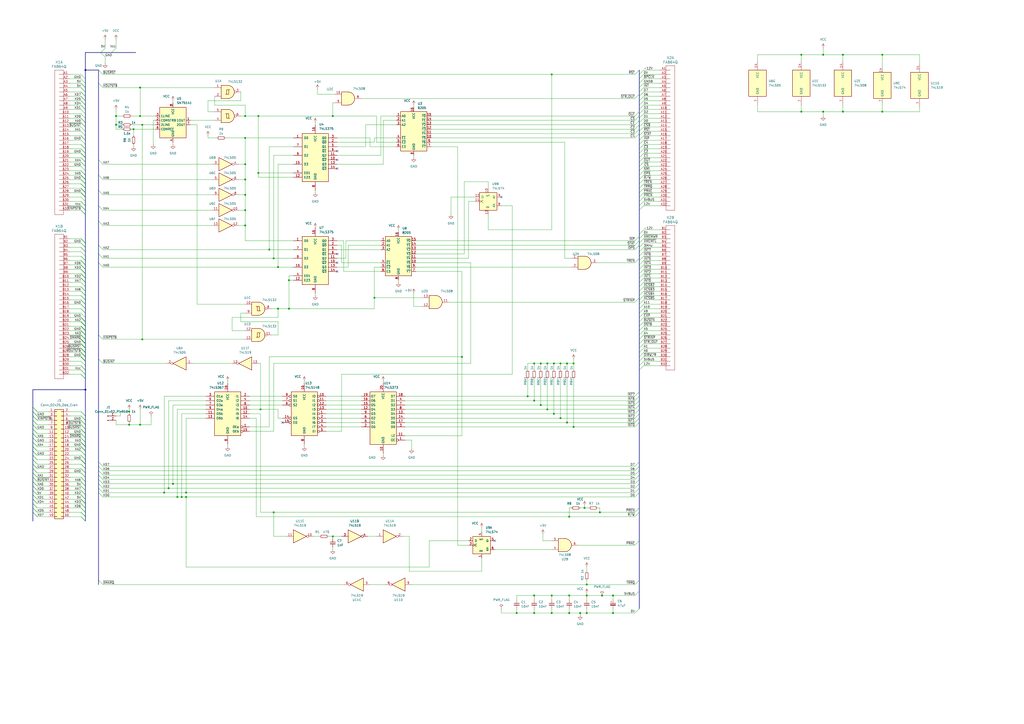
<source format=kicad_sch>
(kicad_sch (version 20230121) (generator eeschema)

  (uuid e1344761-a16d-4352-afe7-1fe017b9cf49)

  (paper "A2")

  (title_block
    (title "DataBoard 5076-00")
    (date "2023-10-10")
    (rev "v1.01")
    (company "SweProj")
    (comment 1 "Monty to 4680 int")
  )

  

  (junction (at 49.53 226.06) (diameter 0) (color 0 0 0 0)
    (uuid 0248e787-6e1c-49e8-8b0b-0fc7558c67a5)
  )
  (junction (at 317.5 210.82) (diameter 0) (color 0 0 0 0)
    (uuid 04c8b2f6-686d-47e3-b5a2-df1d329fddf4)
  )
  (junction (at 81.28 246.38) (diameter 0) (color 0 0 0 0)
    (uuid 05b763b4-6408-49b5-b87b-cda311d9b6ce)
  )
  (junction (at 325.12 210.82) (diameter 0) (color 0 0 0 0)
    (uuid 0676be0b-c282-460d-ba0d-8748dc82faae)
  )
  (junction (at 339.09 294.64) (diameter 0) (color 0 0 0 0)
    (uuid 076d30f8-018c-402d-8d10-5dcfd3142667)
  )
  (junction (at 321.31 210.82) (diameter 0) (color 0 0 0 0)
    (uuid 0a9ee528-782b-49f8-8e38-eb7acbb6c0d7)
  )
  (junction (at 328.93 210.82) (diameter 0) (color 0 0 0 0)
    (uuid 20561860-3292-462b-a3b8-30e9eb14e698)
  )
  (junction (at 149.86 67.31) (diameter 0) (color 0 0 0 0)
    (uuid 244cec5f-57b0-4577-8df4-68a098bbbd43)
  )
  (junction (at 81.28 50.8) (diameter 0) (color 0 0 0 0)
    (uuid 2871969b-8769-4be0-a32e-a479d171a607)
  )
  (junction (at 217.17 172.72) (diameter 0) (color 0 0 0 0)
    (uuid 2aed1204-9991-4d21-9d3d-b1782b590b56)
  )
  (junction (at 355.6 355.6) (diameter 0) (color 0 0 0 0)
    (uuid 35d8cc86-0511-42a3-8650-711c5366c23e)
  )
  (junction (at 299.72 355.6) (diameter 0) (color 0 0 0 0)
    (uuid 365dcba7-1ede-46d0-bfbb-0e40c98742de)
  )
  (junction (at 102.87 288.29) (diameter 0) (color 0 0 0 0)
    (uuid 3b35ce85-19d7-4a6c-a1d6-fd3efe2fa667)
  )
  (junction (at 309.88 232.41) (diameter 0) (color 0 0 0 0)
    (uuid 3b41404b-7d33-419f-8ddc-fbc7b5f068d8)
  )
  (junction (at 488.95 31.75) (diameter 0) (color 0 0 0 0)
    (uuid 3f71e12f-9502-42fe-8fa4-76c17bf6f9ab)
  )
  (junction (at 488.95 64.77) (diameter 0) (color 0 0 0 0)
    (uuid 41c7bd49-d3fb-40d4-8025-9d740a1f1fb6)
  )
  (junction (at 193.04 67.31) (diameter 0) (color 0 0 0 0)
    (uuid 463a61d8-6573-4061-ace2-17272ca41461)
  )
  (junction (at 267.97 207.01) (diameter 0) (color 0 0 0 0)
    (uuid 4cd5d0fe-7726-4814-b42d-12e9eaa2c5eb)
  )
  (junction (at 105.41 288.29) (diameter 0) (color 0 0 0 0)
    (uuid 4d2d9c93-7574-427a-bcbc-2766a597db87)
  )
  (junction (at 74.93 238.76) (diameter 0) (color 0 0 0 0)
    (uuid 4dc0c810-8e51-4caa-86e9-d15c06376576)
  )
  (junction (at 81.28 67.31) (diameter 0) (color 0 0 0 0)
    (uuid 536aeeca-5580-4e0e-984e-11306e10c7d8)
  )
  (junction (at 477.52 31.75) (diameter 0) (color 0 0 0 0)
    (uuid 58eb98d7-c281-4785-bd70-f57fa4ffcbd6)
  )
  (junction (at 511.81 31.75) (diameter 0) (color 0 0 0 0)
    (uuid 59a0d944-b2af-4f7e-8f63-17d3a1503b5e)
  )
  (junction (at 340.36 345.44) (diameter 0) (color 0 0 0 0)
    (uuid 59aa40ac-4ad0-441d-b7a9-6a7cbadad7fe)
  )
  (junction (at 336.55 355.6) (diameter 0) (color 0 0 0 0)
    (uuid 5ce13f3b-69d9-49dd-993b-8335328d2433)
  )
  (junction (at 161.29 154.94) (diameter 0) (color 0 0 0 0)
    (uuid 5e59be98-c4fc-4a0e-bebe-1f5ef853b042)
  )
  (junction (at 317.5 237.49) (diameter 0) (color 0 0 0 0)
    (uuid 6283ca0d-6985-4ebe-93e1-c09794e8cf40)
  )
  (junction (at 306.07 229.87) (diameter 0) (color 0 0 0 0)
    (uuid 637f436c-1771-470a-b3b6-76c0eeb5f7e3)
  )
  (junction (at 74.93 246.38) (diameter 0) (color 0 0 0 0)
    (uuid 63ca8bee-5e2b-4493-9d4b-946882d8c859)
  )
  (junction (at 477.52 64.77) (diameter 0) (color 0 0 0 0)
    (uuid 742026d4-df07-4383-b04c-cadbe184b998)
  )
  (junction (at 100.33 280.67) (diameter 0) (color 0 0 0 0)
    (uuid 7592db09-49d4-4924-9d55-27d5340981bb)
  )
  (junction (at 107.95 288.29) (diameter 0) (color 0 0 0 0)
    (uuid 7a72217c-afb2-47fc-9abf-8714d39f2b34)
  )
  (junction (at 161.29 179.07) (diameter 0) (color 0 0 0 0)
    (uuid 7e5b2ada-dc72-4175-9977-de205741c7bc)
  )
  (junction (at 309.88 345.44) (diameter 0) (color 0 0 0 0)
    (uuid 863df668-b970-4b28-93c2-29ab8aecb9ba)
  )
  (junction (at 330.2 345.44) (diameter 0) (color 0 0 0 0)
    (uuid 875a4fdb-2964-40ff-ad73-10467ef58a3c)
  )
  (junction (at 511.81 64.77) (diameter 0) (color 0 0 0 0)
    (uuid 87eaac93-63a4-485f-aaed-3fb1d24ca7da)
  )
  (junction (at 97.79 283.21) (diameter 0) (color 0 0 0 0)
    (uuid 89d34fb8-0470-41db-a2bf-e1f261ec228e)
  )
  (junction (at 321.31 240.03) (diameter 0) (color 0 0 0 0)
    (uuid 8d19af47-851f-4651-9c44-51687c649a89)
  )
  (junction (at 313.69 210.82) (diameter 0) (color 0 0 0 0)
    (uuid 8fb2d03f-ab45-49b1-89b4-6858872af2e0)
  )
  (junction (at 320.04 355.6) (diameter 0) (color 0 0 0 0)
    (uuid 8fe63b48-de2c-498e-88e6-28489917b8ae)
  )
  (junction (at 142.24 130.81) (diameter 0) (color 0 0 0 0)
    (uuid 92fbef43-2de5-455e-b680-b9b33ef4a881)
  )
  (junction (at 355.6 345.44) (diameter 0) (color 0 0 0 0)
    (uuid 94a6e341-7b90-4a89-a151-fbcd9c44d106)
  )
  (junction (at 330.2 355.6) (diameter 0) (color 0 0 0 0)
    (uuid 99b34b48-aefc-46c8-9da7-7925dd3e815b)
  )
  (junction (at 77.47 74.93) (diameter 0) (color 0 0 0 0)
    (uuid 9ac1f459-db68-4401-b018-7c2bea440953)
  )
  (junction (at 49.53 40.64) (diameter 0) (color 0 0 0 0)
    (uuid 9b78e78c-bfb5-45a2-9e0f-fec7ad8c0819)
  )
  (junction (at 142.24 113.03) (diameter 0) (color 0 0 0 0)
    (uuid 9f816032-29e2-4044-87e3-15f626160ab3)
  )
  (junction (at 325.12 242.57) (diameter 0) (color 0 0 0 0)
    (uuid acee02d5-0aa1-4dad-ad9c-ed4180780cb7)
  )
  (junction (at 67.31 72.39) (diameter 0) (color 0 0 0 0)
    (uuid ae2d3e84-afce-4676-b513-c6bc572da133)
  )
  (junction (at 332.74 247.65) (diameter 0) (color 0 0 0 0)
    (uuid b019e1bf-8ff3-4cf7-95bf-026af145c021)
  )
  (junction (at 142.24 104.14) (diameter 0) (color 0 0 0 0)
    (uuid b0fa76ea-a212-4397-978c-b505bdca798a)
  )
  (junction (at 193.04 311.15) (diameter 0) (color 0 0 0 0)
    (uuid b376419f-c74c-4466-a82c-2628c9bb67e1)
  )
  (junction (at 340.36 355.6) (diameter 0) (color 0 0 0 0)
    (uuid b7faae5e-fa60-4060-97d6-c8e84614a341)
  )
  (junction (at 95.25 285.75) (diameter 0) (color 0 0 0 0)
    (uuid bc9fd276-f409-482e-af5b-f6872115c91d)
  )
  (junction (at 158.75 149.86) (diameter 0) (color 0 0 0 0)
    (uuid bde5f379-fcfc-49e0-a7df-dc1668ec539b)
  )
  (junction (at 142.24 95.25) (diameter 0) (color 0 0 0 0)
    (uuid bf52f8c7-ae61-40c2-91f3-6e763423c660)
  )
  (junction (at 320.04 43.18) (diameter 0) (color 0 0 0 0)
    (uuid bfe65633-8ae6-4e45-8383-47d5230ea082)
  )
  (junction (at 149.86 100.33) (diameter 0) (color 0 0 0 0)
    (uuid c0f447b0-d538-4db2-ad79-b99289a6e89b)
  )
  (junction (at 347.98 297.18) (diameter 0) (color 0 0 0 0)
    (uuid c502b7f9-7665-4e17-a0c7-60a03e9eddcc)
  )
  (junction (at 309.88 210.82) (diameter 0) (color 0 0 0 0)
    (uuid c5e57471-5085-4068-a799-296ff1565467)
  )
  (junction (at 330.2 299.72) (diameter 0) (color 0 0 0 0)
    (uuid c755e985-d194-4b5f-8811-d158ae813f2f)
  )
  (junction (at 82.55 72.39) (diameter 0) (color 0 0 0 0)
    (uuid ca6b8ad1-5ec8-4ff6-a4d4-29b96d07bd77)
  )
  (junction (at 142.24 67.31) (diameter 0) (color 0 0 0 0)
    (uuid cc14543c-c026-49ba-8e0e-722b86da38fe)
  )
  (junction (at 349.25 345.44) (diameter 0) (color 0 0 0 0)
    (uuid ce90a040-e41f-4f5e-bc95-1dbdcfd15a5b)
  )
  (junction (at 67.31 67.31) (diameter 0) (color 0 0 0 0)
    (uuid d0625e38-f200-46af-acbc-ac8b1c831df7)
  )
  (junction (at 151.13 237.49) (diameter 0) (color 0 0 0 0)
    (uuid d0dccd0c-4e09-4027-9bdf-4e1aaef4722a)
  )
  (junction (at 464.82 64.77) (diameter 0) (color 0 0 0 0)
    (uuid d1be2fa8-2492-491e-bacc-1b125f079b8a)
  )
  (junction (at 320.04 345.44) (diameter 0) (color 0 0 0 0)
    (uuid d53f213e-8d37-48c3-9a1f-47923cc35ac8)
  )
  (junction (at 464.82 31.75) (diameter 0) (color 0 0 0 0)
    (uuid d6b250d2-c821-4fb3-b815-58c0149bab00)
  )
  (junction (at 107.95 285.75) (diameter 0) (color 0 0 0 0)
    (uuid d8cf58eb-05ae-49ad-a7c2-c5adf693f0a3)
  )
  (junction (at 158.75 297.18) (diameter 0) (color 0 0 0 0)
    (uuid da9d8871-79a0-42f2-9411-088f2f82ea4e)
  )
  (junction (at 340.36 339.09) (diameter 0) (color 0 0 0 0)
    (uuid dab38522-c4d7-4334-b3af-bbf22201fcf5)
  )
  (junction (at 82.55 196.85) (diameter 0) (color 0 0 0 0)
    (uuid dbe9aecd-2213-4d05-8afb-451484886798)
  )
  (junction (at 167.64 179.07) (diameter 0) (color 0 0 0 0)
    (uuid dc559b71-63dd-4d60-afe6-1af294dbdd4d)
  )
  (junction (at 156.21 144.78) (diameter 0) (color 0 0 0 0)
    (uuid dee762d4-b1c6-4ba0-814b-b918fe7d5971)
  )
  (junction (at 328.93 245.11) (diameter 0) (color 0 0 0 0)
    (uuid e957b1e1-d3eb-447d-9b27-f15170d20dc8)
  )
  (junction (at 142.24 121.92) (diameter 0) (color 0 0 0 0)
    (uuid ee6736de-23d0-4e8d-87d0-2997d5b9f9dc)
  )
  (junction (at 313.69 234.95) (diameter 0) (color 0 0 0 0)
    (uuid f242e516-387d-4955-93a9-5e6b7824f23b)
  )
  (junction (at 309.88 355.6) (diameter 0) (color 0 0 0 0)
    (uuid f6fad894-c0ac-4004-8ab3-cbd2f9c9ce69)
  )
  (junction (at 167.64 162.56) (diameter 0) (color 0 0 0 0)
    (uuid f801c657-6ced-4a58-b03d-8f558cc360b9)
  )
  (junction (at 332.74 210.82) (diameter 0) (color 0 0 0 0)
    (uuid fb9ed87d-88c4-4a24-8910-ad6e260b4701)
  )
  (junction (at 142.24 80.01) (diameter 0) (color 0 0 0 0)
    (uuid fd46a241-fe18-4a7b-a7bf-7fee70609123)
  )

  (no_connect (at 195.58 157.48) (uuid 09e04520-eccc-4f39-8ae7-935869baaedf))
  (no_connect (at 195.58 92.71) (uuid 0a582aaa-687a-45b7-a409-093ac710658d))
  (no_connect (at 195.58 87.63) (uuid 1b6c93b4-dbf8-418b-98dd-0722835823de))
  (no_connect (at 195.58 152.4) (uuid 2b360dac-74e6-46f4-91d1-b6dad72aabb4))
  (no_connect (at 163.83 245.11) (uuid 56a0eb0a-b57d-4aa4-b084-6b1ecb6e0141))
  (no_connect (at 195.58 97.79) (uuid 6b5e20f7-02f4-4487-ba39-30e046acc394))
  (no_connect (at 195.58 147.32) (uuid 76b99f86-79ec-447e-8a3b-de7e0eff834c))
  (no_connect (at 290.83 114.3) (uuid 96fef367-56c8-4746-8e1f-85d7793b30e2))
  (no_connect (at 287.02 313.69) (uuid b52b27f9-4786-4313-bcb4-c5768e4e8763))

  (bus_entry (at 373.38 209.55) (size -2.54 2.54)
    (stroke (width 0) (type default))
    (uuid 00626d44-c8b8-4b38-9cde-71900294fd2e)
  )
  (bus_entry (at 46.99 163.83) (size 2.54 2.54)
    (stroke (width 0) (type default))
    (uuid 00d3dff9-bb1b-4a60-b916-59bad80da8cc)
  )
  (bus_entry (at 373.38 68.58) (size -2.54 2.54)
    (stroke (width 0) (type default))
    (uuid 01010636-6a17-42dd-9380-162e0e12f25b)
  )
  (bus_entry (at 57.15 128.27) (size 2.54 2.54)
    (stroke (width 0) (type default))
    (uuid 017cd690-d748-4cd4-b37c-4887931a7193)
  )
  (bus_entry (at 21.59 292.1) (size -2.54 -2.54)
    (stroke (width 0) (type default))
    (uuid 01c276da-ea1c-434c-9c20-906d58d35d38)
  )
  (bus_entry (at 21.59 274.32) (size -2.54 -2.54)
    (stroke (width 0) (type default))
    (uuid 01e7af3a-b92a-4c78-8d85-f68f45590ab9)
  )
  (bus_entry (at 373.38 173.99) (size -2.54 2.54)
    (stroke (width 0) (type default))
    (uuid 031b8c7d-43da-4ccc-a6fc-99f9fadd6342)
  )
  (bus_entry (at 373.38 201.93) (size -2.54 2.54)
    (stroke (width 0) (type default))
    (uuid 03386a55-d652-4111-8401-59d94af188a8)
  )
  (bus_entry (at 46.99 91.44) (size 2.54 2.54)
    (stroke (width 0) (type default))
    (uuid 03c7bd74-a880-44d5-9cfb-06f328dd7ea1)
  )
  (bus_entry (at 46.99 246.38) (size 2.54 2.54)
    (stroke (width 0) (type default))
    (uuid 041591bb-fbb7-45f1-8b22-6b43ec72209c)
  )
  (bus_entry (at 46.99 81.28) (size 2.54 2.54)
    (stroke (width 0) (type default))
    (uuid 051ee245-da2c-4d91-bec0-d87155db3b0c)
  )
  (bus_entry (at 373.38 88.9) (size -2.54 2.54)
    (stroke (width 0) (type default))
    (uuid 0593435c-a3a6-4303-8ee1-e2f747df2db5)
  )
  (bus_entry (at 46.99 91.44) (size 2.54 2.54)
    (stroke (width 0) (type default))
    (uuid 06a91598-7a99-4bf1-95fb-18942d459f97)
  )
  (bus_entry (at 373.38 45.72) (size -2.54 2.54)
    (stroke (width 0) (type default))
    (uuid 07e61786-b53e-4eea-a736-399d1db323d2)
  )
  (bus_entry (at 21.59 279.4) (size -2.54 -2.54)
    (stroke (width 0) (type default))
    (uuid 07e8641d-0f2a-4f0e-93b7-d69f7db98131)
  )
  (bus_entry (at 46.99 161.29) (size 2.54 2.54)
    (stroke (width 0) (type default))
    (uuid 0940ac63-080f-40fb-a992-a56ae663be12)
  )
  (bus_entry (at 46.99 207.01) (size 2.54 2.54)
    (stroke (width 0) (type default))
    (uuid 097d6681-8084-4981-bdfb-3dda3e61a594)
  )
  (bus_entry (at 46.99 48.26) (size 2.54 2.54)
    (stroke (width 0) (type default))
    (uuid 0a57f88b-6a1e-4cf3-a03f-55d4ccfdc902)
  )
  (bus_entry (at 46.99 204.47) (size 2.54 2.54)
    (stroke (width 0) (type default))
    (uuid 0b76dbbc-4e8b-4f3d-b6c1-201ca306b253)
  )
  (bus_entry (at 46.99 179.07) (size 2.54 2.54)
    (stroke (width 0) (type default))
    (uuid 0c1e2bd8-f4ab-4827-bf99-02d43cf0f3dd)
  )
  (bus_entry (at 46.99 101.6) (size 2.54 2.54)
    (stroke (width 0) (type default))
    (uuid 0d4c2366-f664-4261-b04e-587f987a2bd9)
  )
  (bus_entry (at 21.59 276.86) (size -2.54 -2.54)
    (stroke (width 0) (type default))
    (uuid 0e0ebf8b-fc49-4929-92e4-44a6d890c5d9)
  )
  (bus_entry (at 373.38 55.88) (size -2.54 2.54)
    (stroke (width 0) (type default))
    (uuid 0ebcffc0-8f68-4080-8c66-264c38c9b22f)
  )
  (bus_entry (at 368.3 299.72) (size 2.54 -2.54)
    (stroke (width 0) (type default))
    (uuid 0f654034-395a-4d19-916d-a329ff744fe8)
  )
  (bus_entry (at 373.38 158.75) (size -2.54 2.54)
    (stroke (width 0) (type default))
    (uuid 0f96745d-9cc4-47b0-b110-7258aa92c025)
  )
  (bus_entry (at 46.99 76.2) (size 2.54 2.54)
    (stroke (width 0) (type default))
    (uuid 1078915f-6439-417b-9c09-0af14323030e)
  )
  (bus_entry (at 368.3 237.49) (size 2.54 -2.54)
    (stroke (width 0) (type default))
    (uuid 10b50ae2-11a9-4577-bb67-5e34e174be8a)
  )
  (bus_entry (at 46.99 111.76) (size 2.54 2.54)
    (stroke (width 0) (type default))
    (uuid 10b6aaa8-79fb-40f5-b39c-f98db5192fb8)
  )
  (bus_entry (at 46.99 196.85) (size 2.54 2.54)
    (stroke (width 0) (type default))
    (uuid 111f3560-f1c8-4c76-a829-cd8de6a5d4b5)
  )
  (bus_entry (at 373.38 76.2) (size -2.54 2.54)
    (stroke (width 0) (type default))
    (uuid 11347683-79b8-48fd-a357-e86bf63fa540)
  )
  (bus_entry (at 46.99 254) (size 2.54 2.54)
    (stroke (width 0) (type default))
    (uuid 11d3c47a-0973-48c6-bb9b-cdbe3139fe76)
  )
  (bus_entry (at 46.99 151.13) (size 2.54 2.54)
    (stroke (width 0) (type default))
    (uuid 135f014e-2d53-484b-914a-bcc89846cf8d)
  )
  (bus_entry (at 46.99 140.97) (size 2.54 2.54)
    (stroke (width 0) (type default))
    (uuid 13633ca1-340c-41d8-a17e-34bcbdfcedfc)
  )
  (bus_entry (at 21.59 246.38) (size -2.54 -2.54)
    (stroke (width 0) (type default))
    (uuid 1367a8d8-9045-4cf3-9379-85d14dde0422)
  )
  (bus_entry (at 46.99 68.58) (size 2.54 2.54)
    (stroke (width 0) (type default))
    (uuid 139f2953-845c-4e83-a240-dc9aa7b98803)
  )
  (bus_entry (at 368.3 288.29) (size 2.54 -2.54)
    (stroke (width 0) (type default))
    (uuid 1492a306-e0c8-44e7-92ec-713cba0da2fb)
  )
  (bus_entry (at 46.99 246.38) (size 2.54 2.54)
    (stroke (width 0) (type default))
    (uuid 14e31da1-4a0f-4050-a56a-8bcae3701054)
  )
  (bus_entry (at 373.38 91.44) (size -2.54 2.54)
    (stroke (width 0) (type default))
    (uuid 150e2540-5141-45d1-8fcc-ec13bc1102d8)
  )
  (bus_entry (at 46.99 156.21) (size 2.54 2.54)
    (stroke (width 0) (type default))
    (uuid 15fd0750-caf0-4cd4-a8c1-fc91f704268b)
  )
  (bus_entry (at 21.59 299.72) (size -2.54 -2.54)
    (stroke (width 0) (type default))
    (uuid 160a398b-b270-4563-9812-c8014ee4bdbb)
  )
  (bus_entry (at 46.99 71.12) (size 2.54 2.54)
    (stroke (width 0) (type default))
    (uuid 1672067c-cc7e-4e91-a084-d1292833cc55)
  )
  (bus_entry (at 373.38 138.43) (size -2.54 2.54)
    (stroke (width 0) (type default))
    (uuid 16784260-93bf-498e-8645-d92f98054600)
  )
  (bus_entry (at 368.3 57.15) (size 2.54 -2.54)
    (stroke (width 0) (type default))
    (uuid 16e98c12-45af-4f12-a381-c9e28ca5a7e2)
  )
  (bus_entry (at 46.99 161.29) (size 2.54 2.54)
    (stroke (width 0) (type default))
    (uuid 180497e6-0dec-4857-8da1-41c9fd29c24f)
  )
  (bus_entry (at 46.99 111.76) (size 2.54 2.54)
    (stroke (width 0) (type default))
    (uuid 1863c0bc-0297-4b3f-8d89-36e432bc6394)
  )
  (bus_entry (at 46.99 101.6) (size 2.54 2.54)
    (stroke (width 0) (type default))
    (uuid 18763c10-a0ec-4bcb-9ee3-deab99849a9b)
  )
  (bus_entry (at 46.99 153.67) (size 2.54 2.54)
    (stroke (width 0) (type default))
    (uuid 1903439a-37e1-4847-a3c9-1a1a83fef5ba)
  )
  (bus_entry (at 46.99 109.22) (size 2.54 2.54)
    (stroke (width 0) (type default))
    (uuid 19c34264-3bbc-44b3-a571-af40ad80a33b)
  )
  (bus_entry (at 57.15 273.05) (size 2.54 2.54)
    (stroke (width 0) (type default))
    (uuid 19d59bf2-1ac4-4653-9454-51b64733611c)
  )
  (bus_entry (at 46.99 271.78) (size 2.54 2.54)
    (stroke (width 0) (type default))
    (uuid 1a4cee83-a250-4104-b167-1ab56f8498c5)
  )
  (bus_entry (at 46.99 50.8) (size 2.54 2.54)
    (stroke (width 0) (type default))
    (uuid 1a93bada-4844-452e-99d6-c620d51adafc)
  )
  (bus_entry (at 46.99 191.77) (size 2.54 2.54)
    (stroke (width 0) (type default))
    (uuid 1c22a299-fc05-4dcb-a78b-7c836185f9fc)
  )
  (bus_entry (at 46.99 194.31) (size 2.54 2.54)
    (stroke (width 0) (type default))
    (uuid 1c7129e4-56e0-4f34-ae92-a77fecaef49f)
  )
  (bus_entry (at 46.99 266.7) (size 2.54 2.54)
    (stroke (width 0) (type default))
    (uuid 1ce85a2d-9093-441f-a80d-45b1093fd122)
  )
  (bus_entry (at 46.99 104.14) (size 2.54 2.54)
    (stroke (width 0) (type default))
    (uuid 1d75b0cf-a08e-43d0-8dd7-cb5eb618a155)
  )
  (bus_entry (at 46.99 86.36) (size 2.54 2.54)
    (stroke (width 0) (type default))
    (uuid 1d87f935-40e6-45e1-927a-54a2e971f946)
  )
  (bus_entry (at 368.3 297.18) (size 2.54 -2.54)
    (stroke (width 0) (type default))
    (uuid 1e078c91-a23f-4a1a-93d2-86d8e9283bdd)
  )
  (bus_entry (at 46.99 212.09) (size 2.54 2.54)
    (stroke (width 0) (type default))
    (uuid 1e2dcca7-660f-4c28-bd86-ec74edf7dfd1)
  )
  (bus_entry (at 46.99 256.54) (size 2.54 2.54)
    (stroke (width 0) (type default))
    (uuid 1e6e4ebf-2373-488c-ad95-728f584442b0)
  )
  (bus_entry (at 46.99 207.01) (size 2.54 2.54)
    (stroke (width 0) (type default))
    (uuid 1e9bc929-916a-4d38-bd1b-6ad6f6457cfb)
  )
  (bus_entry (at 46.99 287.02) (size 2.54 2.54)
    (stroke (width 0) (type default))
    (uuid 1f116560-5cbf-4686-9c7a-645e0e57acaa)
  )
  (bus_entry (at 46.99 207.01) (size 2.54 2.54)
    (stroke (width 0) (type default))
    (uuid 1f138f43-3f25-4248-baf6-b3ac0e717bff)
  )
  (bus_entry (at 46.99 58.42) (size 2.54 2.54)
    (stroke (width 0) (type default))
    (uuid 21108084-5c42-43d3-b9c2-a4b6426bba5d)
  )
  (bus_entry (at 46.99 189.23) (size 2.54 2.54)
    (stroke (width 0) (type default))
    (uuid 216192d2-cf6c-4d39-aab9-a2dfaad5326b)
  )
  (bus_entry (at 46.99 194.31) (size 2.54 2.54)
    (stroke (width 0) (type default))
    (uuid 2195968f-4ef0-47e7-8f74-b0856cb8eb5e)
  )
  (bus_entry (at 368.3 152.4) (size 2.54 -2.54)
    (stroke (width 0) (type default))
    (uuid 21ad1ee0-5c1a-4f58-8e42-c7a00911646a)
  )
  (bus_entry (at 21.59 254) (size -2.54 -2.54)
    (stroke (width 0) (type default))
    (uuid 223620f5-8696-4c0f-a812-ea7efe9056f3)
  )
  (bus_entry (at 46.99 243.84) (size 2.54 2.54)
    (stroke (width 0) (type default))
    (uuid 22f337ed-98dd-4f67-a1ae-393735204df5)
  )
  (bus_entry (at 373.38 184.15) (size -2.54 2.54)
    (stroke (width 0) (type default))
    (uuid 2434477b-ac75-4d2b-ab66-b594f555c606)
  )
  (bus_entry (at 46.99 138.43) (size 2.54 2.54)
    (stroke (width 0) (type default))
    (uuid 24767407-a575-4076-a4b0-9d6790043f65)
  )
  (bus_entry (at 46.99 55.88) (size 2.54 2.54)
    (stroke (width 0) (type default))
    (uuid 2548ffc4-183b-4af0-a1ff-7bc0ab2225b0)
  )
  (bus_entry (at 46.99 259.08) (size 2.54 2.54)
    (stroke (width 0) (type default))
    (uuid 2598968d-60a0-4a59-9aba-2582c2ed4065)
  )
  (bus_entry (at 21.59 266.7) (size -2.54 -2.54)
    (stroke (width 0) (type default))
    (uuid 25bbf8af-a1d4-44e9-88af-ed8a5d437ebb)
  )
  (bus_entry (at 373.38 116.84) (size -2.54 2.54)
    (stroke (width 0) (type default))
    (uuid 25c19b93-6600-4790-952e-d53e167fd1ec)
  )
  (bus_entry (at 58.42 30.48) (size 2.54 -2.54)
    (stroke (width 0) (type default))
    (uuid 27212589-8ff6-4573-af04-7544fc54afa8)
  )
  (bus_entry (at 46.99 248.92) (size 2.54 2.54)
    (stroke (width 0) (type default))
    (uuid 2779c4dd-d22d-4bda-9871-557cc49b7845)
  )
  (bus_entry (at 46.99 292.1) (size 2.54 2.54)
    (stroke (width 0) (type default))
    (uuid 27b2faf0-dfaa-43f1-bdca-f6ef87047d64)
  )
  (bus_entry (at 21.59 238.76) (size -2.54 -2.54)
    (stroke (width 0) (type default))
    (uuid 285940c4-8c93-4f67-a547-5b882ddb4f58)
  )
  (bus_entry (at 46.99 274.32) (size 2.54 2.54)
    (stroke (width 0) (type default))
    (uuid 28f9be8d-b106-4d3d-b090-97a9db1b4447)
  )
  (bus_entry (at 46.99 256.54) (size 2.54 2.54)
    (stroke (width 0) (type default))
    (uuid 2950bf02-f288-41aa-88ac-b6ebc7a545b2)
  )
  (bus_entry (at 46.99 78.74) (size 2.54 2.54)
    (stroke (width 0) (type default))
    (uuid 2962df16-b266-4d3c-a2d0-31770a49f0c6)
  )
  (bus_entry (at 373.38 189.23) (size -2.54 2.54)
    (stroke (width 0) (type default))
    (uuid 29778652-1cb4-48a4-bdeb-debe2291faa5)
  )
  (bus_entry (at 46.99 297.18) (size 2.54 2.54)
    (stroke (width 0) (type default))
    (uuid 29dc60e2-006f-4aca-90c8-9a1cae72a1ee)
  )
  (bus_entry (at 46.99 196.85) (size 2.54 2.54)
    (stroke (width 0) (type default))
    (uuid 2a8d5b9d-a0f4-4418-9042-3eaf4c2f8f82)
  )
  (bus_entry (at 46.99 248.92) (size 2.54 2.54)
    (stroke (width 0) (type default))
    (uuid 2c5ebd50-08e3-4c29-8948-7d8088246260)
  )
  (bus_entry (at 46.99 217.17) (size 2.54 2.54)
    (stroke (width 0) (type default))
    (uuid 2ebd8d8e-e7bf-455b-852d-f15030a16962)
  )
  (bus_entry (at 46.99 297.18) (size 2.54 2.54)
    (stroke (width 0) (type default))
    (uuid 2ec1d3a2-eed6-465f-abce-9ab7d49e4f03)
  )
  (bus_entry (at 368.3 74.93) (size 2.54 -2.54)
    (stroke (width 0) (type default))
    (uuid 2f651ebf-704b-44f7-8474-054047fd2984)
  )
  (bus_entry (at 21.59 243.84) (size -2.54 -2.54)
    (stroke (width 0) (type default))
    (uuid 2fd6dbec-a21c-417c-97d2-ee742c3523bc)
  )
  (bus_entry (at 46.99 292.1) (size 2.54 2.54)
    (stroke (width 0) (type default))
    (uuid 2fd6e204-635e-415c-bfe5-946789b0c7ee)
  )
  (bus_entry (at 21.59 287.02) (size -2.54 -2.54)
    (stroke (width 0) (type default))
    (uuid 313e1e09-01b5-4d7c-a9bf-c2a8581d0a36)
  )
  (bus_entry (at 46.99 256.54) (size 2.54 2.54)
    (stroke (width 0) (type default))
    (uuid 3184ec14-83f3-4311-bc22-d5107b134624)
  )
  (bus_entry (at 46.99 83.82) (size 2.54 2.54)
    (stroke (width 0) (type default))
    (uuid 32b5501b-877c-45e3-a306-4caf69ac474d)
  )
  (bus_entry (at 46.99 181.61) (size 2.54 2.54)
    (stroke (width 0) (type default))
    (uuid 32ce7ec4-27d5-412f-86a8-ae55e659bce0)
  )
  (bus_entry (at 21.59 251.46) (size -2.54 -2.54)
    (stroke (width 0) (type default))
    (uuid 32e9ed9c-5694-488b-b227-acac4738aa43)
  )
  (bus_entry (at 57.15 275.59) (size 2.54 2.54)
    (stroke (width 0) (type default))
    (uuid 3367f88c-beb1-4921-8a4f-767c66836d95)
  )
  (bus_entry (at 373.38 66.04) (size -2.54 2.54)
    (stroke (width 0) (type default))
    (uuid 33a44909-5efc-45c3-9ccd-f654d2535065)
  )
  (bus_entry (at 373.38 99.06) (size -2.54 2.54)
    (stroke (width 0) (type default))
    (uuid 33e62bc8-1a75-4691-acec-8d0bf228a7a0)
  )
  (bus_entry (at 46.99 104.14) (size 2.54 2.54)
    (stroke (width 0) (type default))
    (uuid 341cd6a1-838e-4b28-9e59-735c0c7ae3a8)
  )
  (bus_entry (at 46.99 45.72) (size 2.54 2.54)
    (stroke (width 0) (type default))
    (uuid 34dacd57-0856-4830-9ec6-142189317342)
  )
  (bus_entry (at 46.99 93.98) (size 2.54 2.54)
    (stroke (width 0) (type default))
    (uuid 350a9437-3a3d-4762-a01c-aa629a128dcd)
  )
  (bus_entry (at 21.59 261.62) (size -2.54 -2.54)
    (stroke (width 0) (type default))
    (uuid 35ea7997-a48c-4568-8fc1-68f8f48229f6)
  )
  (bus_entry (at 46.99 43.18) (size 2.54 2.54)
    (stroke (width 0) (type default))
    (uuid 3757fc29-e979-4724-a6d9-c33e01c28ac4)
  )
  (bus_entry (at 21.59 259.08) (size -2.54 -2.54)
    (stroke (width 0) (type default))
    (uuid 380840bd-5c2c-4863-b6d9-15f45867c5bf)
  )
  (bus_entry (at 21.59 241.3) (size -2.54 -2.54)
    (stroke (width 0) (type default))
    (uuid 3828a0d9-d8b9-4898-8474-c0cb93308de7)
  )
  (bus_entry (at 60.96 33.02) (size -2.54 -2.54)
    (stroke (width 0) (type default))
    (uuid 387654d5-80d2-46d9-8cd5-7f208f8856d5)
  )
  (bus_entry (at 46.99 238.76) (size 2.54 2.54)
    (stroke (width 0) (type default))
    (uuid 38d4f8e4-ca47-4de2-aed5-296079b6f830)
  )
  (bus_entry (at 46.99 201.93) (size 2.54 2.54)
    (stroke (width 0) (type default))
    (uuid 38e65adc-e2e5-4202-b4ff-fb964959940b)
  )
  (bus_entry (at 21.59 299.72) (size -2.54 -2.54)
    (stroke (width 0) (type default))
    (uuid 39aaaa38-609c-4ebe-8807-6fa015137c0e)
  )
  (bus_entry (at 368.3 234.95) (size 2.54 -2.54)
    (stroke (width 0) (type default))
    (uuid 39bf5ea4-8a66-440b-9970-83032b783066)
  )
  (bus_entry (at 57.15 267.97) (size 2.54 2.54)
    (stroke (width 0) (type default))
    (uuid 3a33b77d-520a-4245-ad82-aad1cade0e77)
  )
  (bus_entry (at 373.38 207.01) (size -2.54 2.54)
    (stroke (width 0) (type default))
    (uuid 3a4ebfa4-0877-4ac3-b0a2-bed0f49cb978)
  )
  (bus_entry (at 46.99 101.6) (size 2.54 2.54)
    (stroke (width 0) (type default))
    (uuid 3ac78842-b82f-40ea-8f07-dbbb33f4013a)
  )
  (bus_entry (at 368.3 77.47) (size 2.54 -2.54)
    (stroke (width 0) (type default))
    (uuid 3adabfd9-0611-40a4-870b-1277e0cc9612)
  )
  (bus_entry (at 21.59 276.86) (size -2.54 -2.54)
    (stroke (width 0) (type default))
    (uuid 3b76a28c-9e70-4359-9ca6-fd325696d966)
  )
  (bus_entry (at 46.99 161.29) (size 2.54 2.54)
    (stroke (width 0) (type default))
    (uuid 3c23edf2-00d5-4a0d-a4d8-3f4fca4ffc37)
  )
  (bus_entry (at 46.99 266.7) (size 2.54 2.54)
    (stroke (width 0) (type default))
    (uuid 3c5bd003-a40c-4c22-9d5d-4961ebb6e862)
  )
  (bus_entry (at 21.59 256.54) (size -2.54 -2.54)
    (stroke (width 0) (type default))
    (uuid 3c68256e-b1e5-48c0-a5cd-5548c42da3d7)
  )
  (bus_entry (at 46.99 55.88) (size 2.54 2.54)
    (stroke (width 0) (type default))
    (uuid 3cf6f733-5ba4-4898-8c43-65bcdbe93104)
  )
  (bus_entry (at 46.99 199.39) (size 2.54 2.54)
    (stroke (width 0) (type default))
    (uuid 3ddbfc5c-4b17-4a17-9baa-f4f40103b702)
  )
  (bus_entry (at 46.99 166.37) (size 2.54 2.54)
    (stroke (width 0) (type default))
    (uuid 3deb1f7c-516a-48a3-818b-b961a5aaa518)
  )
  (bus_entry (at 21.59 281.94) (size -2.54 -2.54)
    (stroke (width 0) (type default))
    (uuid 3f473e37-ee12-4131-aaca-ef51ea8143c1)
  )
  (bus_entry (at 46.99 259.08) (size 2.54 2.54)
    (stroke (width 0) (type default))
    (uuid 3ff3a47e-c2d5-46ab-977c-b10226e85fff)
  )
  (bus_entry (at 46.99 199.39) (size 2.54 2.54)
    (stroke (width 0) (type default))
    (uuid 40b73d98-f3a1-47fe-81b9-26da153f236e)
  )
  (bus_entry (at 46.99 191.77) (size 2.54 2.54)
    (stroke (width 0) (type default))
    (uuid 413f3597-d0bd-451d-b357-ef8e6e1800da)
  )
  (bus_entry (at 21.59 238.76) (size -2.54 -2.54)
    (stroke (width 0) (type default))
    (uuid 4171041b-24bc-4bb9-a42a-da5d4bf65cce)
  )
  (bus_entry (at 21.59 269.24) (size -2.54 -2.54)
    (stroke (width 0) (type default))
    (uuid 418ce37a-2839-472f-9e3d-9e5ee02dbead)
  )
  (bus_entry (at 46.99 254) (size 2.54 2.54)
    (stroke (width 0) (type default))
    (uuid 419b60db-276c-4645-8103-6514fda53534)
  )
  (bus_entry (at 21.59 248.92) (size -2.54 -2.54)
    (stroke (width 0) (type default))
    (uuid 41d7fcd7-5c7c-4708-9371-09a3060a98d9)
  )
  (bus_entry (at 368.3 283.21) (size 2.54 -2.54)
    (stroke (width 0) (type default))
    (uuid 424d5095-8b18-4cee-877d-57aebbc7a6b3)
  )
  (bus_entry (at 368.3 69.85) (size 2.54 -2.54)
    (stroke (width 0) (type default))
    (uuid 425ca748-e295-4d3e-b9fb-7a69c8e0ab29)
  )
  (bus_entry (at 373.38 104.14) (size -2.54 2.54)
    (stroke (width 0) (type default))
    (uuid 42fed9bf-863c-423c-a913-47a5194aa7f3)
  )
  (bus_entry (at 46.99 151.13) (size 2.54 2.54)
    (stroke (width 0) (type default))
    (uuid 4392f26a-a7b8-459c-b930-bb8a8e3da582)
  )
  (bus_entry (at 368.3 273.05) (size 2.54 -2.54)
    (stroke (width 0) (type default))
    (uuid 43cb0c0b-b1af-475a-adf1-204dc1ceddb4)
  )
  (bus_entry (at 46.99 204.47) (size 2.54 2.54)
    (stroke (width 0) (type default))
    (uuid 447e3886-0a16-4470-8cd8-53149baba9e0)
  )
  (bus_entry (at 373.38 161.29) (size -2.54 2.54)
    (stroke (width 0) (type default))
    (uuid 44990fda-78c9-4d67-b2b5-8fa0085dc1dd)
  )
  (bus_entry (at 46.99 199.39) (size 2.54 2.54)
    (stroke (width 0) (type default))
    (uuid 450c4136-1cbb-4f49-99d9-b4b5af2c2baa)
  )
  (bus_entry (at 46.99 196.85) (size 2.54 2.54)
    (stroke (width 0) (type default))
    (uuid 46189da3-b16f-4a2d-bf00-88a15d0ad4e4)
  )
  (bus_entry (at 373.38 78.74) (size -2.54 2.54)
    (stroke (width 0) (type default))
    (uuid 46d30a5e-4ff2-4822-84e1-9e0aa0081e33)
  )
  (bus_entry (at 21.59 284.48) (size -2.54 -2.54)
    (stroke (width 0) (type default))
    (uuid 47f5c9d1-4e94-4e70-9517-a9fe767ed20e)
  )
  (bus_entry (at 46.99 99.06) (size 2.54 2.54)
    (stroke (width 0) (type default))
    (uuid 4859695f-7a52-4f34-b37c-20adef611ee6)
  )
  (bus_entry (at 46.99 248.92) (size 2.54 2.54)
    (stroke (width 0) (type default))
    (uuid 4887b0df-6caf-4d5e-b648-1b8e0d701cad)
  )
  (bus_entry (at 46.99 274.32) (size 2.54 2.54)
    (stroke (width 0) (type default))
    (uuid 48952063-1497-4d14-8fd5-acea618a5cee)
  )
  (bus_entry (at 46.99 116.84) (size 2.54 2.54)
    (stroke (width 0) (type default))
    (uuid 48c7fcf8-3a59-40a0-a2e9-5e205c34f956)
  )
  (bus_entry (at 368.3 72.39) (size 2.54 -2.54)
    (stroke (width 0) (type default))
    (uuid 48df48c6-3f7c-416a-be98-6584db4a3390)
  )
  (bus_entry (at 21.59 254) (size -2.54 -2.54)
    (stroke (width 0) (type default))
    (uuid 495a8bd2-379d-4c73-91bb-563725db8a55)
  )
  (bus_entry (at 21.59 264.16) (size -2.54 -2.54)
    (stroke (width 0) (type default))
    (uuid 4aea5074-ffe6-46dc-b4bd-264c6b7af3af)
  )
  (bus_entry (at 46.99 53.34) (size 2.54 2.54)
    (stroke (width 0) (type default))
    (uuid 4af666ea-a427-491c-a44c-7187cb6469b8)
  )
  (bus_entry (at 373.38 111.76) (size -2.54 2.54)
    (stroke (width 0) (type default))
    (uuid 4bfa998a-63df-486c-beb9-b4fd8ca82c96)
  )
  (bus_entry (at 373.38 196.85) (size -2.54 2.54)
    (stroke (width 0) (type default))
    (uuid 4c1f70dc-9295-4f1e-b8c6-4a5a9667050a)
  )
  (bus_entry (at 46.99 189.23) (size 2.54 2.54)
    (stroke (width 0) (type default))
    (uuid 4cbd3cd3-2a43-4cbd-be47-e169397bad2c)
  )
  (bus_entry (at 57.15 142.24) (size 2.54 2.54)
    (stroke (width 0) (type default))
    (uuid 4cda1c6e-27d2-4210-a8c9-515f3e12fd5f)
  )
  (bus_entry (at 368.3 280.67) (size 2.54 -2.54)
    (stroke (width 0) (type default))
    (uuid 4da7c820-093f-4495-bad6-708fdb6bbc89)
  )
  (bus_entry (at 373.38 60.96) (size -2.54 2.54)
    (stroke (width 0) (type default))
    (uuid 4de8ad98-ea1c-4325-8d8c-43cd9d1515a1)
  )
  (bus_entry (at 368.3 275.59) (size 2.54 -2.54)
    (stroke (width 0) (type default))
    (uuid 4e974353-3a4a-4193-84fb-b1a85ef2cb9b)
  )
  (bus_entry (at 21.59 279.4) (size -2.54 -2.54)
    (stroke (width 0) (type default))
    (uuid 4feeb057-e13c-4317-9f76-8c465ffccbc9)
  )
  (bus_entry (at 46.99 184.15) (size 2.54 2.54)
    (stroke (width 0) (type default))
    (uuid 4ffc3cda-2af7-4ed3-8b92-9f66ce907386)
  )
  (bus_entry (at 46.99 248.92) (size 2.54 2.54)
    (stroke (width 0) (type default))
    (uuid 50923a0c-aef5-4297-9b39-4c9e9df55ad8)
  )
  (bus_entry (at 46.99 168.91) (size 2.54 2.54)
    (stroke (width 0) (type default))
    (uuid 51cc21fd-3de7-4d42-a629-1a17f7d4a1e4)
  )
  (bus_entry (at 46.99 194.31) (size 2.54 2.54)
    (stroke (width 0) (type default))
    (uuid 528483bd-58e6-438e-aa54-e9d4ebc88ee1)
  )
  (bus_entry (at 57.15 40.64) (size 2.54 2.54)
    (stroke (width 0) (type default))
    (uuid 530b1d8e-e115-42fd-9cab-aa3e30413011)
  )
  (bus_entry (at 46.99 106.68) (size 2.54 2.54)
    (stroke (width 0) (type default))
    (uuid 53f5badf-98b7-4bab-b057-b2585950e157)
  )
  (bus_entry (at 21.59 266.7) (size -2.54 -2.54)
    (stroke (width 0) (type default))
    (uuid 546d4f34-e858-40f9-ae75-b5821df6b563)
  )
  (bus_entry (at 373.38 40.64) (size -2.54 2.54)
    (stroke (width 0) (type default))
    (uuid 54978c8e-c048-470f-b5a8-87059742b891)
  )
  (bus_entry (at 46.99 101.6) (size 2.54 2.54)
    (stroke (width 0) (type default))
    (uuid 562226de-7aff-4bef-a4db-4dad950223d4)
  )
  (bus_entry (at 373.38 194.31) (size -2.54 2.54)
    (stroke (width 0) (type default))
    (uuid 56cb32ea-4b49-4995-bbfe-886231905ae1)
  )
  (bus_entry (at 46.99 194.31) (size 2.54 2.54)
    (stroke (width 0) (type default))
    (uuid 57276792-8517-4add-a2dd-adfef7457111)
  )
  (bus_entry (at 368.3 270.51) (size 2.54 -2.54)
    (stroke (width 0) (type default))
    (uuid 573558ec-322a-4ae4-9cd4-861d4823b150)
  )
  (bus_entry (at 46.99 153.67) (size 2.54 2.54)
    (stroke (width 0) (type default))
    (uuid 57409178-1e12-4224-96e5-7f2f1cd502cb)
  )
  (bus_entry (at 46.99 66.04) (size 2.54 2.54)
    (stroke (width 0) (type default))
    (uuid 58e87849-b1a2-405f-aab6-b64bc294985c)
  )
  (bus_entry (at 21.59 259.08) (size -2.54 -2.54)
    (stroke (width 0) (type default))
    (uuid 591f913b-86d9-4427-8208-38d996e4129f)
  )
  (bus_entry (at 373.38 101.6) (size -2.54 2.54)
    (stroke (width 0) (type default))
    (uuid 5a99b870-f390-4355-85e3-41cb54a3a327)
  )
  (bus_entry (at 373.38 204.47) (size -2.54 2.54)
    (stroke (width 0) (type default))
    (uuid 5bc700e2-0031-4b2a-ba26-fbc635732156)
  )
  (bus_entry (at 46.99 146.05) (size 2.54 2.54)
    (stroke (width 0) (type default))
    (uuid 5c3297a9-be8f-4cc7-aa88-3c279b81c349)
  )
  (bus_entry (at 46.99 156.21) (size 2.54 2.54)
    (stroke (width 0) (type default))
    (uuid 5c956e3d-b18c-4484-aa33-d6fd63045160)
  )
  (bus_entry (at 368.3 80.01) (size 2.54 -2.54)
    (stroke (width 0) (type default))
    (uuid 5d1542d2-842c-46a5-b2f5-5a5bb465d92e)
  )
  (bus_entry (at 57.15 208.28) (size 2.54 2.54)
    (stroke (width 0) (type default))
    (uuid 5e0006aa-ceb4-4516-9f43-22d0593786f1)
  )
  (bus_entry (at 368.3 144.78) (size 2.54 -2.54)
    (stroke (width 0) (type default))
    (uuid 5f867e0e-a923-4db1-9843-f4684abfb7ed)
  )
  (bus_entry (at 46.99 173.99) (size 2.54 2.54)
    (stroke (width 0) (type default))
    (uuid 5fcdba7f-c1ec-4166-a063-d2551466f78c)
  )
  (bus_entry (at 46.99 186.69) (size 2.54 2.54)
    (stroke (width 0) (type default))
    (uuid 5ffe9477-d7d9-4a78-b62c-09fa7efd47ac)
  )
  (bus_entry (at 46.99 196.85) (size 2.54 2.54)
    (stroke (width 0) (type default))
    (uuid 617364e2-b9f2-47ee-ad9a-240289491ab2)
  )
  (bus_entry (at 368.3 339.09) (size 2.54 -2.54)
    (stroke (width 0) (type default))
    (uuid 617a97da-0613-438c-8524-57483ccbe57a)
  )
  (bus_entry (at 373.38 163.83) (size -2.54 2.54)
    (stroke (width 0) (type default))
    (uuid 61c3a101-0ce8-4e5a-83d3-8fb7c83921a8)
  )
  (bus_entry (at 46.99 153.67) (size 2.54 2.54)
    (stroke (width 0) (type default))
    (uuid 6327393b-be79-4d8c-a969-9a833326411b)
  )
  (bus_entry (at 373.38 168.91) (size -2.54 2.54)
    (stroke (width 0) (type default))
    (uuid 643fd9e1-a5c3-44ea-b759-7ffd76a47f49)
  )
  (bus_entry (at 57.15 48.26) (size 2.54 2.54)
    (stroke (width 0) (type default))
    (uuid 65402f33-5c53-4aad-9ccd-3ba990b9405e)
  )
  (bus_entry (at 46.99 284.48) (size 2.54 2.54)
    (stroke (width 0) (type default))
    (uuid 6681d5ce-ad69-4b25-9fe1-1dd7f79ea882)
  )
  (bus_entry (at 46.99 173.99) (size 2.54 2.54)
    (stroke (width 0) (type default))
    (uuid 66dfa170-fba9-44aa-9c06-5dc545c6fa14)
  )
  (bus_entry (at 46.99 119.38) (size 2.54 2.54)
    (stroke (width 0) (type default))
    (uuid 6745fc1c-1b41-44f1-ad04-2ad4809f3508)
  )
  (bus_entry (at 21.59 271.78) (size -2.54 -2.54)
    (stroke (width 0) (type default))
    (uuid 67465f29-ef5a-46c1-a2f6-391f81022155)
  )
  (bus_entry (at 46.99 209.55) (size 2.54 2.54)
    (stroke (width 0) (type default))
    (uuid 68e913e8-45bb-4272-a163-44cbc7d5d489)
  )
  (bus_entry (at 373.38 135.89) (size -2.54 2.54)
    (stroke (width 0) (type default))
    (uuid 6af4272c-000a-4e52-9beb-2548f77bcab6)
  )
  (bus_entry (at 373.38 151.13) (size -2.54 2.54)
    (stroke (width 0) (type default))
    (uuid 6c48abc1-6f7a-479a-bf86-2f83f0b80554)
  )
  (bus_entry (at 46.99 194.31) (size 2.54 2.54)
    (stroke (width 0) (type default))
    (uuid 6de0c966-3d01-4fd5-8331-a6c7047a72c5)
  )
  (bus_entry (at 46.99 114.3) (size 2.54 2.54)
    (stroke (width 0) (type default))
    (uuid 6ed5b6d7-2d26-45b7-8cab-e9205bb62f26)
  )
  (bus_entry (at 46.99 111.76) (size 2.54 2.54)
    (stroke (width 0) (type default))
    (uuid 6eeb4dd0-cddb-42b6-b41e-359df3d4acea)
  )
  (bus_entry (at 46.99 176.53) (size 2.54 2.54)
    (stroke (width 0) (type default))
    (uuid 6f690662-a692-4876-b152-98e243df4d8b)
  )
  (bus_entry (at 373.38 176.53) (size -2.54 2.54)
    (stroke (width 0) (type default))
    (uuid 6fce74e4-9386-4b64-b744-e711c16c7730)
  )
  (bus_entry (at 46.99 184.15) (size 2.54 2.54)
    (stroke (width 0) (type default))
    (uuid 6ff1e458-940e-4248-a106-f374a2dee9d6)
  )
  (bus_entry (at 21.59 248.92) (size -2.54 -2.54)
    (stroke (width 0) (type default))
    (uuid 70cda8e8-d108-49d4-bb82-6801e3dc158d)
  )
  (bus_entry (at 373.38 53.34) (size -2.54 2.54)
    (stroke (width 0) (type default))
    (uuid 70e3f6fc-a62b-497f-a8dc-56f2283ac3a2)
  )
  (bus_entry (at 46.99 241.3) (size 2.54 2.54)
    (stroke (width 0) (type default))
    (uuid 70fb844a-82bd-4bc4-9409-2b3a6ff4678a)
  )
  (bus_entry (at 57.15 147.32) (size 2.54 2.54)
    (stroke (width 0) (type default))
    (uuid 71400ee4-1a6e-46c6-ae0b-f5c403917e28)
  )
  (bus_entry (at 46.99 266.7) (size 2.54 2.54)
    (stroke (width 0) (type default))
    (uuid 71c5b89f-9346-4456-a14c-609d0087ba5a)
  )
  (bus_entry (at 373.38 186.69) (size -2.54 2.54)
    (stroke (width 0) (type default))
    (uuid 73658f85-b177-4d8a-8243-fb52b682d8a7)
  )
  (bus_entry (at 46.99 71.12) (size 2.54 2.54)
    (stroke (width 0) (type default))
    (uuid 75626068-a764-4784-a070-17a5b31c7b07)
  )
  (bus_entry (at 46.99 109.22) (size 2.54 2.54)
    (stroke (width 0) (type default))
    (uuid 76e05a86-b133-4431-93e1-e4f9301ad265)
  )
  (bus_entry (at 46.99 173.99) (size 2.54 2.54)
    (stroke (width 0) (type default))
    (uuid 7720a0f6-6963-46e8-abbe-f9a5ccaef6df)
  )
  (bus_entry (at 46.99 289.56) (size 2.54 2.54)
    (stroke (width 0) (type default))
    (uuid 773ce705-792e-47e9-9124-5e80bb1a2a1c)
  )
  (bus_entry (at 368.3 285.75) (size 2.54 -2.54)
    (stroke (width 0) (type default))
    (uuid 77a505a2-88f1-49bb-bc52-3a9685c99a33)
  )
  (bus_entry (at 46.99 96.52) (size 2.54 2.54)
    (stroke (width 0) (type default))
    (uuid 77f06106-e111-4390-8512-8d19da0555d7)
  )
  (bus_entry (at 46.99 251.46) (size 2.54 2.54)
    (stroke (width 0) (type default))
    (uuid 7889f538-7d53-48cf-a5f0-ce557f6b1099)
  )
  (bus_entry (at 46.99 279.4) (size 2.54 2.54)
    (stroke (width 0) (type default))
    (uuid 78cc2795-836e-4be1-bddb-4e9470b329e8)
  )
  (bus_entry (at 46.99 259.08) (size 2.54 2.54)
    (stroke (width 0) (type default))
    (uuid 79cd3043-90f1-43d5-bd1b-e69841b12944)
  )
  (bus_entry (at 46.99 186.69) (size 2.54 2.54)
    (stroke (width 0) (type default))
    (uuid 7a73f5db-8249-4ab8-aba1-0699122da83e)
  )
  (bus_entry (at 46.99 189.23) (size 2.54 2.54)
    (stroke (width 0) (type default))
    (uuid 7ae15410-d7d8-4531-8abd-aebd2f94fc7b)
  )
  (bus_entry (at 57.15 92.71) (size 2.54 2.54)
    (stroke (width 0) (type default))
    (uuid 7afd72e2-ab18-41f7-830f-c9aef1f16e10)
  )
  (bus_entry (at 46.99 201.93) (size 2.54 2.54)
    (stroke (width 0) (type default))
    (uuid 7c648460-c38b-4f7e-bf98-4173102398bf)
  )
  (bus_entry (at 46.99 161.29) (size 2.54 2.54)
    (stroke (width 0) (type default))
    (uuid 7d09a555-77ff-41ae-838e-606f68976e46)
  )
  (bus_entry (at 46.99 166.37) (size 2.54 2.54)
    (stroke (width 0) (type default))
    (uuid 7dc9a075-d0ea-428e-84d0-28b1bf21a27f)
  )
  (bus_entry (at 46.99 266.7) (size 2.54 2.54)
    (stroke (width 0) (type default))
    (uuid 7f111e77-4c01-49a7-971c-f2748afa9680)
  )
  (bus_entry (at 46.99 140.97) (size 2.54 2.54)
    (stroke (width 0) (type default))
    (uuid 8036cd1f-c9b4-4045-9043-25ea7b63040a)
  )
  (bus_entry (at 368.3 229.87) (size 2.54 -2.54)
    (stroke (width 0) (type default))
    (uuid 80507b7e-a8d5-4de0-8b5d-21b54f2ab385)
  )
  (bus_entry (at 21.59 281.94) (size -2.54 -2.54)
    (stroke (width 0) (type default))
    (uuid 80cdcfed-a055-4402-9325-c5830ddf907b)
  )
  (bus_entry (at 46.99 243.84) (size 2.54 2.54)
    (stroke (width 0) (type default))
    (uuid 81f3d2eb-c5be-499f-a00c-72881cf92101)
  )
  (bus_entry (at 368.3 355.6) (size 2.54 -2.54)
    (stroke (width 0) (type default))
    (uuid 81fad711-adec-425a-b408-d2c27b89f26c)
  )
  (bus_entry (at 46.99 58.42) (size 2.54 2.54)
    (stroke (width 0) (type default))
    (uuid 83858477-b5c6-4de5-b375-ddaf0d0e5269)
  )
  (bus_entry (at 46.99 68.58) (size 2.54 2.54)
    (stroke (width 0) (type default))
    (uuid 83b81306-184a-4941-aa36-2121572b6459)
  )
  (bus_entry (at 368.3 175.26) (size 2.54 -2.54)
    (stroke (width 0) (type default))
    (uuid 84362e09-382f-42b9-8174-e46dc5aacd1b)
  )
  (bus_entry (at 46.99 189.23) (size 2.54 2.54)
    (stroke (width 0) (type default))
    (uuid 84b2f62d-67f7-474a-85d3-f4e9e9427776)
  )
  (bus_entry (at 21.59 274.32) (size -2.54 -2.54)
    (stroke (width 0) (type default))
    (uuid 84c9369d-266e-427c-885e-d3968552d874)
  )
  (bus_entry (at 46.99 143.51) (size 2.54 2.54)
    (stroke (width 0) (type default))
    (uuid 84d01d90-18c4-4de2-9719-6129dbe1f272)
  )
  (bus_entry (at 46.99 63.5) (size 2.54 2.54)
    (stroke (width 0) (type default))
    (uuid 85c38438-6332-4072-8f03-af314a248b47)
  )
  (bus_entry (at 57.15 101.6) (size 2.54 2.54)
    (stroke (width 0) (type default))
    (uuid 864d8661-3bb9-426e-aa65-919e2d7cc94d)
  )
  (bus_entry (at 57.15 110.49) (size 2.54 2.54)
    (stroke (width 0) (type default))
    (uuid 868d5b9c-8cbc-417d-818c-d1e398914c46)
  )
  (bus_entry (at 46.99 196.85) (size 2.54 2.54)
    (stroke (width 0) (type default))
    (uuid 86bacf4d-4ab0-48fd-831f-9ea7fa437eb9)
  )
  (bus_entry (at 373.38 156.21) (size -2.54 2.54)
    (stroke (width 0) (type default))
    (uuid 86ffc6b2-d085-4709-8634-e641420b7735)
  )
  (bus_entry (at 46.99 271.78) (size 2.54 2.54)
    (stroke (width 0) (type default))
    (uuid 8763b616-c05b-408d-995e-dac3631ef413)
  )
  (bus_entry (at 46.99 186.69) (size 2.54 2.54)
    (stroke (width 0) (type default))
    (uuid 87e02af9-7b26-4880-aee1-e9cfb45bd1c4)
  )
  (bus_entry (at 46.99 116.84) (size 2.54 2.54)
    (stroke (width 0) (type default))
    (uuid 8858481b-1132-4df8-80b9-6fbc16c5f66f)
  )
  (bus_entry (at 46.99 241.3) (size 2.54 2.54)
    (stroke (width 0) (type default))
    (uuid 891cf8df-f36f-4e2d-b876-d332b6a6d0ae)
  )
  (bus_entry (at 46.99 121.92) (size 2.54 2.54)
    (stroke (width 0) (type default))
    (uuid 89b7ad57-3306-475c-bd33-3f11e14c9b7a)
  )
  (bus_entry (at 373.38 63.5) (size -2.54 2.54)
    (stroke (width 0) (type default))
    (uuid 89d22b29-e6f0-46a2-a544-4fe2b16d5a4d)
  )
  (bus_entry (at 46.99 294.64) (size 2.54 2.54)
    (stroke (width 0) (type default))
    (uuid 8a670ba0-1ded-4cc5-886b-8a58f36590e8)
  )
  (bus_entry (at 368.3 142.24) (size 2.54 -2.54)
    (stroke (width 0) (type default))
    (uuid 8b7303a6-9335-4d3c-87ad-8411a24fb4ce)
  )
  (bus_entry (at 46.99 299.72) (size 2.54 2.54)
    (stroke (width 0) (type default))
    (uuid 8c6ded1a-c58a-44fe-88ba-8ff5517c92bd)
  )
  (bus_entry (at 373.38 191.77) (size -2.54 2.54)
    (stroke (width 0) (type default))
    (uuid 8d05cfc0-a015-40fc-9afe-6c03856b44a8)
  )
  (bus_entry (at 373.38 146.05) (size -2.54 2.54)
    (stroke (width 0) (type default))
    (uuid 8f0c21bf-4fdd-45fc-a7ec-94089ea26f80)
  )
  (bus_entry (at 46.99 184.15) (size 2.54 2.54)
    (stroke (width 0) (type default))
    (uuid 8f5d8234-4376-4d0a-8232-953aef63a5cd)
  )
  (bus_entry (at 21.59 297.18) (size -2.54 -2.54)
    (stroke (width 0) (type default))
    (uuid 8f77c027-9431-4561-b303-83272ead7b11)
  )
  (bus_entry (at 57.15 278.13) (size 2.54 2.54)
    (stroke (width 0) (type default))
    (uuid 8fc844e1-fe4c-4098-835d-ff5ada501ea0)
  )
  (bus_entry (at 46.99 73.66) (size 2.54 2.54)
    (stroke (width 0) (type default))
    (uuid 8ffd13cf-e3d6-4c5a-a34f-11c81880bca9)
  )
  (bus_entry (at 21.59 261.62) (size -2.54 -2.54)
    (stroke (width 0) (type default))
    (uuid 90c208a3-12e1-4a92-ad8d-fd322eef614e)
  )
  (bus_entry (at 46.99 86.36) (size 2.54 2.54)
    (stroke (width 0) (type default))
    (uuid 92822e5f-a2fd-4a08-a016-97b7839b44ad)
  )
  (bus_entry (at 46.99 60.96) (size 2.54 2.54)
    (stroke (width 0) (type default))
    (uuid 9453af0a-622c-4b9f-9db8-774fc4c3c1fb)
  )
  (bus_entry (at 373.38 212.09) (size -2.54 2.54)
    (stroke (width 0) (type default))
    (uuid 952df1e2-7f2c-49ac-8658-1a93624a3d76)
  )
  (bus_entry (at 373.38 58.42) (size -2.54 2.54)
    (stroke (width 0) (type default))
    (uuid 95975ca6-f9e9-491a-a768-08bab7647522)
  )
  (bus_entry (at 46.99 207.01) (size 2.54 2.54)
    (stroke (width 0) (type default))
    (uuid 96a82767-f5b0-4a40-a70b-1dbd41dec243)
  )
  (bus_entry (at 46.99 151.13) (size 2.54 2.54)
    (stroke (width 0) (type default))
    (uuid 96d1b31d-b197-4a43-9a5a-802666d03625)
  )
  (bus_entry (at 46.99 204.47) (size 2.54 2.54)
    (stroke (width 0) (type default))
    (uuid 96e23e57-360a-45ff-99cc-16e025036369)
  )
  (bus_entry (at 46.99 106.68) (size 2.54 2.54)
    (stroke (width 0) (type default))
    (uuid 9772ee1e-9338-4553-8d79-174d1663a0ec)
  )
  (bus_entry (at 373.38 148.59) (size -2.54 2.54)
    (stroke (width 0) (type default))
    (uuid 9a345950-8c68-4ccb-8d06-2cbd2cec9d92)
  )
  (bus_entry (at 46.99 106.68) (size 2.54 2.54)
    (stroke (width 0) (type default))
    (uuid 9abe13d6-6ac8-4362-a22d-ea31b3fc8d8a)
  )
  (bus_entry (at 46.99 111.76) (size 2.54 2.54)
    (stroke (width 0) (type default))
    (uuid 9af65009-c5d3-4070-a46c-517515e407a4)
  )
  (bus_entry (at 46.99 191.77) (size 2.54 2.54)
    (stroke (width 0) (type default))
    (uuid 9b2ed11b-412d-4734-a24e-9cdb3b5363af)
  )
  (bus_entry (at 46.99 171.45) (size 2.54 2.54)
    (stroke (width 0) (type default))
    (uuid 9c5e0355-92b5-41ce-9ecc-49b822014888)
  )
  (bus_entry (at 368.3 247.65) (size 2.54 -2.54)
    (stroke (width 0) (type default))
    (uuid 9c80e014-5fe5-4a87-a8bf-db9c3de62c97)
  )
  (bus_entry (at 46.99 88.9) (size 2.54 2.54)
    (stroke (width 0) (type default))
    (uuid 9ca5b689-c452-4a2a-8820-748a22ea30d4)
  )
  (bus_entry (at 46.99 121.92) (size 2.54 2.54)
    (stroke (width 0) (type default))
    (uuid 9d436952-21b0-46f7-91e3-fe21df9ba0fb)
  )
  (bus_entry (at 21.59 287.02) (size -2.54 -2.54)
    (stroke (width 0) (type default))
    (uuid a1ec8736-881f-4df1-9935-f3fb295cd0e6)
  )
  (bus_entry (at 21.59 246.38) (size -2.54 -2.54)
    (stroke (width 0) (type default))
    (uuid a22aebe8-1193-4683-9651-fe87bd4a7248)
  )
  (bus_entry (at 57.15 285.75) (size 2.54 2.54)
    (stroke (width 0) (type default))
    (uuid a2a80391-39db-49d1-97fb-cbf6b6aa532c)
  )
  (bus_entry (at 373.38 48.26) (size -2.54 2.54)
    (stroke (width 0) (type default))
    (uuid a2c65de3-0af0-4638-997c-0d85b0cc6706)
  )
  (bus_entry (at 46.99 289.56) (size 2.54 2.54)
    (stroke (width 0) (type default))
    (uuid a2c77a3e-cadc-45bd-bec0-b2533ae846f4)
  )
  (bus_entry (at 46.99 287.02) (size 2.54 2.54)
    (stroke (width 0) (type default))
    (uuid a2da081a-ce11-476a-b9bf-beb3ea04ca15)
  )
  (bus_entry (at 46.99 168.91) (size 2.54 2.54)
    (stroke (width 0) (type default))
    (uuid a3bb7cea-39df-4cd4-ab25-8f761604f2c5)
  )
  (bus_entry (at 46.99 186.69) (size 2.54 2.54)
    (stroke (width 0) (type default))
    (uuid a407a6ca-4a80-4243-a65a-eae1286130a9)
  )
  (bus_entry (at 21.59 294.64) (size -2.54 -2.54)
    (stroke (width 0) (type default))
    (uuid a5915133-a064-4830-a3a7-b9b67ed196f7)
  )
  (bus_entry (at 46.99 189.23) (size 2.54 2.54)
    (stroke (width 0) (type default))
    (uuid a5df2c09-8187-423d-9613-b84fdc8d2429)
  )
  (bus_entry (at 46.99 256.54) (size 2.54 2.54)
    (stroke (width 0) (type default))
    (uuid a5e049df-a9d1-471c-acf1-e3b6bbd5911e)
  )
  (bus_entry (at 57.15 152.4) (size 2.54 2.54)
    (stroke (width 0) (type default))
    (uuid a6c6bf24-6f9f-4ed4-a86a-c3bf3bb7a86b)
  )
  (bus_entry (at 46.99 88.9) (size 2.54 2.54)
    (stroke (width 0) (type default))
    (uuid a6da5a46-d842-4020-86fe-62263c11a9df)
  )
  (bus_entry (at 46.99 251.46) (size 2.54 2.54)
    (stroke (width 0) (type default))
    (uuid a6fdef7f-f484-48f5-bd41-0021ee52a6c4)
  )
  (bus_entry (at 368.3 242.57) (size 2.54 -2.54)
    (stroke (width 0) (type default))
    (uuid aa1614ce-0e4f-461e-9a23-a1e7dccc5284)
  )
  (bus_entry (at 373.38 179.07) (size -2.54 2.54)
    (stroke (width 0) (type default))
    (uuid aac3eae3-506d-4481-a5a1-17199adeda5d)
  )
  (bus_entry (at 46.99 196.85) (size 2.54 2.54)
    (stroke (width 0) (type default))
    (uuid ab265098-a13e
... [299113 chars truncated]
</source>
